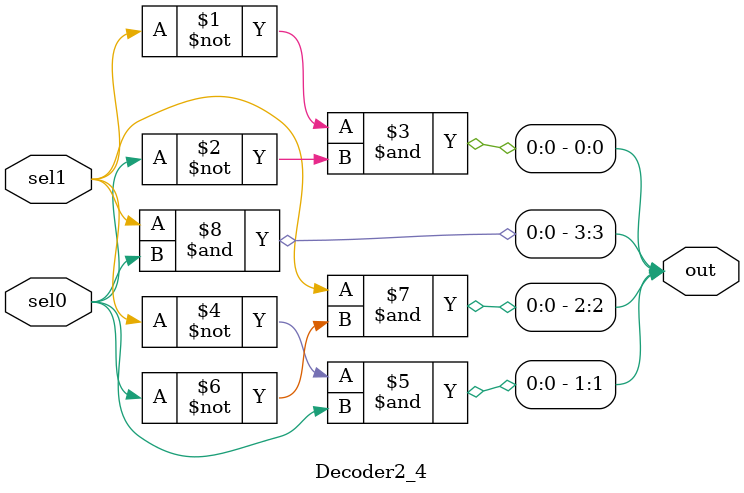
<source format=sv>
module Decoder2_4(out, sel0, sel1);
	input sel0;
	input sel1;
	
	output[3:0] out;
	
	wire sel0;
	wire sel1;
	
	reg[3:0] out;
	
	assign out[0] = ~sel1 & ~sel0;
	assign out[1] = ~sel1 & sel0;
	assign out[2] = sel1 & ~sel0;
	assign out[3] = sel1 & sel0;
endmodule

</source>
